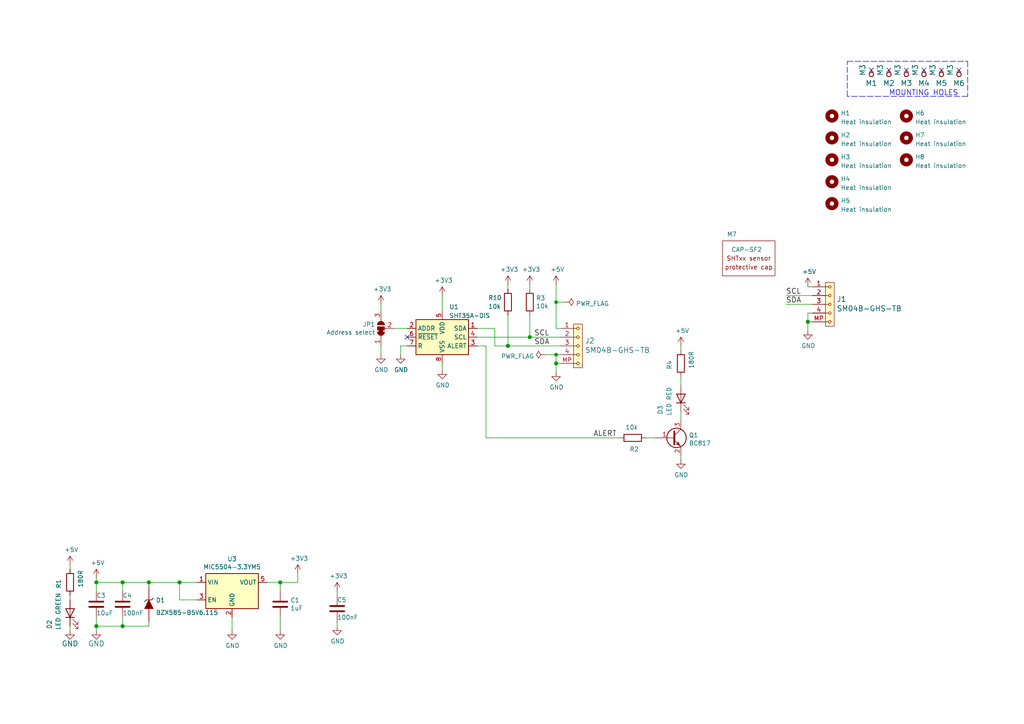
<source format=kicad_sch>
(kicad_sch (version 20230121) (generator eeschema)
  (paper "A4")
  (title_block (title "TFHT01B") (date "2021-04-05") (company "ThunderFly s.r.o.") (comment 1 "UAV Humidity and Temperature \\n sensor \\n ") (comment 2 "kaklik  <info@thunderfly.cz>"))
  (lib_symbols
    (symbol "Device:C" (pin_numbers hide) (pin_names (offset 0.254))
      (property "Reference" "C" (at 0.635 2.54 0))
      (property "Value" "C" (at 0.635 -2.54 0))
      (symbol "C_0_1"
        (polyline (pts (xy -2.032 -0.762) (xy 2.032 -0.762)) (stroke (width 0.508)))
        (polyline (pts (xy -2.032 0.762) (xy 2.032 0.762)) (stroke (width 0.508)))
      )
      (symbol "C_1_1"
        (pin passive line (at 0 3.81 270) (length 2.794) (name "~") (number "1"))
        (pin passive line (at 0 -3.81 90) (length 2.794) (name "~") (number "2"))
      )
    )
    (symbol "Device:LED" (pin_numbers hide) (pin_names (offset 1.016) hide)
      (property "Reference" "D" (at 0 2.54 0))
      (property "Value" "LED" (at 0 -2.54 0))
      (symbol "LED_0_1"
        (polyline (pts (xy -1.27 -1.27) (xy -1.27 1.27)) (stroke (width 0.254)))
        (polyline (pts (xy -1.27 0) (xy 1.27 0)))
        (polyline (pts (xy 1.27 -1.27) (xy 1.27 1.27) (xy -1.27 0) (xy 1.27 -1.27)) (stroke (width 0.254)))
        (polyline (pts (xy -3.048 -0.762) (xy -4.572 -2.286) (xy -3.81 -2.286) (xy -4.572 -2.286) (xy -4.572 -1.524)))
        (polyline (pts (xy -1.778 -0.762) (xy -3.302 -2.286) (xy -2.54 -2.286) (xy -3.302 -2.286) (xy -3.302 -1.524)))
      )
      (symbol "LED_1_1"
        (pin passive line (at -3.81 0 0) (length 2.54) (name "K") (number "1"))
        (pin passive line (at 3.81 0 180) (length 2.54) (name "A") (number "2"))
      )
    )
    (symbol "Device:R" (pin_numbers hide) (pin_names (offset 0))
      (property "Reference" "R" (at 2.032 0 90))
      (property "Value" "R" (at 0 0 90))
      (symbol "R_0_1"
        (rectangle (start -1.016 -2.54) (end 1.016 2.54) (stroke (width 0.254)))
      )
      (symbol "R_1_1"
        (pin passive line (at 0 3.81 270) (length 1.27) (name "~") (number "1"))
        (pin passive line (at 0 -3.81 90) (length 1.27) (name "~") (number "2"))
      )
    )
    (symbol "Jumper:SolderJumper_3_Bridged12" (pin_names (offset 0) hide)
      (property "Reference" "JP" (at -2.54 -2.54 0))
      (property "Value" "SolderJumper_3_Bridged12" (at 0 2.794 0))
      (symbol "SolderJumper_3_Bridged12_0_1"
        (rectangle (start -1.016 0.508) (end -0.508 -0.508) (fill (type outline)))
        (arc (start -1.016 1.016) (mid -2.0276 0) (end -1.016 -1.016))
        (arc (start -1.016 1.016) (mid -2.0276 0) (end -1.016 -1.016) (fill (type outline)))
        (rectangle (start -0.508 1.016) (end 0.508 -1.016) (fill (type outline)))
        (polyline (pts (xy -2.54 0) (xy -2.032 0)))
        (polyline (pts (xy -1.016 1.016) (xy -1.016 -1.016)))
        (polyline (pts (xy 0 -1.27) (xy 0 -1.016)))
        (polyline (pts (xy 1.016 1.016) (xy 1.016 -1.016)))
        (polyline (pts (xy 2.54 0) (xy 2.032 0)))
        (arc (start 1.016 -1.016) (mid 2.0276 0) (end 1.016 1.016))
        (arc (start 1.016 -1.016) (mid 2.0276 0) (end 1.016 1.016) (fill (type outline)))
      )
      (symbol "SolderJumper_3_Bridged12_1_1"
        (pin passive line (at -5.08 0 0) (length 2.54) (name "A") (number "1"))
        (pin passive line (at 0 -3.81 90) (length 2.54) (name "C") (number "2"))
        (pin passive line (at 5.08 0 180) (length 2.54) (name "B") (number "3"))
      )
    )
    (symbol "MLAB_CONNECTORS_JST:SM04B-GHS-TB" (pin_names (offset 1.016))
      (property "Reference" "J" (at 0 -7.62 0))
      (property "Value" "SM04B-GHS-TB" (at 0 7.62 0))
      (symbol "SM04B-GHS-TB_0_1"
        (rectangle (start -1.27 6.35) (end 1.27 -6.35) (fill (type background)))
        (circle (center 0 -5.08) (radius 0.381))
        (circle (center 0 -2.54) (radius 0.381))
        (polyline (pts (xy -1.27 -5.08) (xy -0.381 -5.08)))
        (polyline (pts (xy -1.27 -2.54) (xy -0.381 -2.54)))
        (polyline (pts (xy -1.27 0) (xy -0.381 0)))
        (polyline (pts (xy -1.27 2.54) (xy -0.381 2.54)))
        (polyline (pts (xy -1.27 5.08) (xy -0.381 5.08)))
        (circle (center 0 0) (radius 0.381))
        (circle (center 0 2.54) (radius 0.381))
        (circle (center 0 5.08) (radius 0.381))
      )
      (symbol "SM04B-GHS-TB_1_1"
        (pin input line (at -5.08 5.08 0) (length 3.81) (name "~") (number "1"))
        (pin input line (at -5.08 2.54 0) (length 3.81) (name "~") (number "2"))
        (pin input line (at -5.08 0 0) (length 3.81) (name "~") (number "3"))
        (pin input line (at -5.08 -2.54 0) (length 3.81) (name "~") (number "4"))
        (pin input line (at -5.08 -5.08 0) (length 3.81) (name "~") (number "MP"))
      )
    )
    (symbol "MLAB_D:D_ZENER" (pin_numbers hide) (pin_names (offset 1.016) hide)
      (property "Reference" "D" (at 0 2.54 0))
      (property "Value" "D_ZENER" (at 0 -2.54 0))
      (symbol "D_ZENER_0_1"
        (polyline (pts (xy -1.778 1.27) (xy -1.27 0.762) (xy -1.27 -0.762) (xy -0.762 -1.27) (xy -0.762 -1.27)) (stroke (width 0.2032)))
        (polyline (pts (xy -1.27 0) (xy 1.27 1.27) (xy 1.27 -1.27) (xy -1.27 0) (xy -1.27 0)) (fill (type outline)))
      )
      (symbol "D_ZENER_1_1"
        (pin passive line (at -5.08 0 0) (length 3.81) (name "K") (number "1"))
        (pin passive line (at 5.08 0 180) (length 3.81) (name "A") (number "2"))
      )
    )
    (symbol "MLAB_MECHANICAL:CAP-SF2"
      (property "Reference" "M" (at -3.81 6.35 0))
      (property "Value" "CAP-SF2" (at 2.54 2.54 0))
      (symbol "CAP-SF2_0_0"
        (text "protective cap" (at 2.54 -2.54 0) (effects (font (size 1.27 1.27))))
        (text "SHTxx sensor" (at 2.54 0 0) (effects (font (size 1.27 1.27))))
      )
      (symbol "CAP-SF2_0_1"
        (rectangle (start -5.08 5.08) (end 10.16 -5.08) (stroke (width 0.1524)))
      )
    )
    (symbol "MLAB_MECHANICAL:HOLE" (pin_numbers hide) (pin_names (offset 1.016) hide)
      (property "Reference" "M" (at 0 2.54 0))
      (property "Value" "HOLE" (at 0 -2.54 0))
      (symbol "HOLE_0_1"
        (circle (center 0 0) (radius 0.635) (stroke (width 0.254)))
      )
      (symbol "HOLE_1_1"
        (pin input line (at 1.27 0 180) (length 0.635) (name "~") (number "1"))
      )
    )
    (symbol "Mechanical:MountingHole" (pin_names (offset 1.016))
      (property "Reference" "H" (at 0 5.08 0))
      (property "Value" "MountingHole" (at 0 3.175 0))
      (symbol "MountingHole_0_1"
        (circle (center 0 0) (radius 1.27) (stroke (width 1.27)))
      )
    )
    (symbol "Regulator_Linear:MIC5504-3.3YM5"
      (property "Reference" "U" (at -7.62 8.89 0))
      (property "Value" "MIC5504-3.3YM5" (at -7.62 6.35 0))
      (symbol "MIC5504-3.3YM5_0_1"
        (rectangle (start -7.62 -5.08) (end 7.62 5.08) (stroke (width 0.254)) (fill (type background)))
      )
      (symbol "MIC5504-3.3YM5_1_1"
        (pin power_in line (at -10.16 2.54 0) (length 2.54) (name "VIN") (number "1"))
        (pin power_in line (at 0 -7.62 90) (length 2.54) (name "GND") (number "2"))
        (pin input line (at -10.16 -2.54 0) (length 2.54) (name "EN") (number "3"))
        (pin no_connect line (at 7.62 -2.54 180) (length 2.54) hide (name "NC") (number "4"))
        (pin power_out line (at 10.16 2.54 180) (length 2.54) (name "VOUT") (number "5"))
      )
    )
    (symbol "Sensor_Humidity:SHT35A-DIS"
      (property "Reference" "U" (at -6.35 6.35 0))
      (property "Value" "SHT35A-DIS" (at 6.35 6.35 0))
      (symbol "SHT35A-DIS_0_1"
        (rectangle (start -7.62 5.08) (end 7.62 -5.08) (stroke (width 0.254)) (fill (type background)))
      )
      (symbol "SHT35A-DIS_1_1"
        (pin bidirectional line (at 10.16 2.54 180) (length 2.54) (name "SDA") (number "1"))
        (pin input line (at -10.16 2.54 0) (length 2.54) (name "ADDR") (number "2"))
        (pin output line (at 10.16 -2.54 180) (length 2.54) (name "ALERT") (number "3"))
        (pin input line (at 10.16 0 180) (length 2.54) (name "SCL") (number "4"))
        (pin power_in line (at 0 7.62 270) (length 2.54) (name "VDD") (number "5"))
        (pin input line (at -10.16 0 0) (length 2.54) (name "~{RESET}") (number "6"))
        (pin passive line (at -10.16 -2.54 0) (length 2.54) (name "R") (number "7"))
        (pin power_in line (at 0 -7.62 90) (length 2.54) (name "VSS") (number "8"))
        (pin passive line (at 0 -7.62 90) (length 2.54) hide (name "VSS") (number "9"))
      )
    )
    (symbol "Transistor_BJT:BC817" (pin_names (offset 0) hide)
      (property "Reference" "Q" (at 5.08 1.905 0))
      (property "Value" "BC817" (at 5.08 0 0))
      (symbol "BC817_0_1"
        (polyline (pts (xy 0.635 0.635) (xy 2.54 2.54)))
        (polyline (pts (xy 0.635 -0.635) (xy 2.54 -2.54) (xy 2.54 -2.54)))
        (polyline (pts (xy 0.635 1.905) (xy 0.635 -1.905) (xy 0.635 -1.905)) (stroke (width 0.508)))
        (polyline (pts (xy 1.27 -1.778) (xy 1.778 -1.27) (xy 2.286 -2.286) (xy 1.27 -1.778) (xy 1.27 -1.778)) (fill (type outline)))
        (circle (center 1.27 0) (radius 2.8194) (stroke (width 0.254)))
      )
      (symbol "BC817_1_1"
        (pin input line (at -5.08 0 0) (length 5.715) (name "B") (number "1"))
        (pin passive line (at 2.54 -5.08 90) (length 2.54) (name "E") (number "2"))
        (pin passive line (at 2.54 5.08 270) (length 2.54) (name "C") (number "3"))
      )
    )
    (symbol "power:+3V3" (power) (pin_names (offset 0))
      (property "Value" "+3V3" (at 0 3.556 0))
      (symbol "+3V3_0_1"
        (polyline (pts (xy -0.762 1.27) (xy 0 2.54)))
        (polyline (pts (xy 0 0) (xy 0 2.54)))
        (polyline (pts (xy 0 2.54) (xy 0.762 1.27)))
      )
      (symbol "+3V3_1_1"
        (pin power_in line (at 0 0 90) (length 0) hide (name "+3V3") (number "1"))
      )
    )
    (symbol "power:+5V" (power) (pin_names (offset 0))
      (property "Value" "+5V" (at 0 3.556 0))
      (symbol "+5V_0_1"
        (polyline (pts (xy -0.762 1.27) (xy 0 2.54)))
        (polyline (pts (xy 0 0) (xy 0 2.54)))
        (polyline (pts (xy 0 2.54) (xy 0.762 1.27)))
      )
      (symbol "+5V_1_1"
        (pin power_in line (at 0 0 90) (length 0) hide (name "+5V") (number "1"))
      )
    )
    (symbol "power:GND" (power) (pin_names (offset 0))
      (property "Value" "GND" (at 0 -3.81 0))
      (symbol "GND_0_1"
        (polyline (pts (xy 0 0) (xy 0 -1.27) (xy 1.27 -1.27) (xy 0 -2.54) (xy -1.27 -1.27) (xy 0 -1.27)))
      )
      (symbol "GND_1_1"
        (pin power_in line (at 0 0 270) (length 0) hide (name "GND") (number "1"))
      )
    )
    (symbol "power:PWR_FLAG" (power) (pin_numbers hide) (pin_names (offset 0) hide)
      (property "Value" "PWR_FLAG" (at 0 3.81 0))
      (symbol "PWR_FLAG_0_0"
        (pin power_out line (at 0 0 90) (length 0) (name "pwr") (number "1"))
      )
      (symbol "PWR_FLAG_0_1"
        (polyline (pts (xy 0 0) (xy 0 1.27) (xy -1.016 1.905) (xy 0 2.54) (xy 1.016 1.905) (xy 0 1.27)))
      )
    )
  )
  (junction (at 43.18 168.91) (diameter 1.016))
  (junction (at 27.94 168.91) (diameter 1.016))
  (junction (at 161.29 105.41) (diameter 1.016))
  (junction (at 161.29 102.87))
  (junction (at 234.315 93.345) (diameter 1.016))
  (junction (at 52.07 168.91) (diameter 1.016))
  (junction (at 27.94 181.61) (diameter 1.016))
  (junction (at 81.28 168.91) (diameter 1.016))
  (junction (at 153.67 97.79) (diameter 1.016))
  (junction (at 35.56 168.91) (diameter 1.016))
  (junction (at 161.29 87.63))
  (junction (at 147.32 100.33) (diameter 1.016))
  (junction (at 35.56 181.61) (diameter 1.016))
  (no_connect (at 252.73 20.32))
  (no_connect (at 257.81 20.32))
  (no_connect (at 262.89 20.32))
  (no_connect (at 267.97 20.32))
  (no_connect (at 273.05 20.32))
  (no_connect (at 278.13 20.32))
  (no_connect (at 118.11 97.79))
  (wire (pts (xy 162.56 105.41) (xy 161.29 105.41)))
  (polyline (pts (xy 245.745 17.78) (xy 280.67 17.78)) (stroke (width 0) (type dash)))
  (wire (pts (xy 161.29 95.25) (xy 162.56 95.25)))
  (wire (pts (xy 153.67 91.44) (xy 153.67 97.79)))
  (wire (pts (xy 27.94 181.61) (xy 27.94 182.88)))
  (wire (pts (xy 35.56 168.91) (xy 43.18 168.91)))
  (wire (pts (xy 52.07 173.99) (xy 52.07 168.91)))
  (wire (pts (xy 20.32 181.61) (xy 20.32 182.88)))
  (wire (pts (xy 161.29 82.55) (xy 161.29 87.63)))
  (wire (pts (xy 110.49 100.33) (xy 110.49 102.87)))
  (wire (pts (xy 67.31 179.07) (xy 67.31 182.88)))
  (wire (pts (xy 27.94 179.07) (xy 27.94 181.61)))
  (wire (pts (xy 35.56 181.61) (xy 43.18 181.61)))
  (wire (pts (xy 153.67 97.79) (xy 162.56 97.79)))
  (wire (pts (xy 57.15 173.99) (xy 52.07 173.99)))
  (wire (pts (xy 128.27 85.725) (xy 128.27 90.17)))
  (wire (pts (xy 161.29 87.63) (xy 161.29 95.25)))
  (wire (pts (xy 227.965 88.265) (xy 235.585 88.265)))
  (wire (pts (xy 27.94 167.64) (xy 27.94 168.91)))
  (wire (pts (xy 27.94 171.45) (xy 27.94 168.91)))
  (wire (pts (xy 27.94 181.61) (xy 35.56 181.61)))
  (wire (pts (xy 147.32 82.55) (xy 147.32 83.82)))
  (wire (pts (xy 128.27 105.41) (xy 128.27 107.315)))
  (wire (pts (xy 116.205 102.87) (xy 116.205 100.33)))
  (wire (pts (xy 138.43 97.79) (xy 153.67 97.79)))
  (wire (pts (xy 153.67 82.55) (xy 153.67 83.82)))
  (wire (pts (xy 35.56 171.45) (xy 35.56 168.91)))
  (wire (pts (xy 235.585 93.345) (xy 234.315 93.345)))
  (wire (pts (xy 187.325 127) (xy 189.865 127)))
  (wire (pts (xy 235.585 90.805) (xy 234.315 90.805)))
  (wire (pts (xy 43.18 180.34) (xy 43.18 181.61)))
  (wire (pts (xy 20.32 163.83) (xy 20.32 165.1)))
  (wire (pts (xy 110.49 88.265) (xy 110.49 90.17)))
  (polyline (pts (xy 280.67 27.94) (xy 245.745 27.94)) (stroke (width 0) (type dash)))
  (wire (pts (xy 43.18 168.91) (xy 52.07 168.91)))
  (wire (pts (xy 147.32 100.33) (xy 162.56 100.33)))
  (wire (pts (xy 143.51 95.25) (xy 143.51 100.33)))
  (wire (pts (xy 143.51 100.33) (xy 147.32 100.33)))
  (wire (pts (xy 138.43 95.25) (xy 143.51 95.25)))
  (wire (pts (xy 197.485 100.33) (xy 197.485 101.6)))
  (wire (pts (xy 81.28 179.07) (xy 81.28 182.88)))
  (wire (pts (xy 161.29 102.87) (xy 161.29 105.41)))
  (wire (pts (xy 161.29 87.63) (xy 163.83 87.63)))
  (wire (pts (xy 158.115 102.87) (xy 161.29 102.87)))
  (wire (pts (xy 234.315 90.805) (xy 234.315 93.345)))
  (wire (pts (xy 147.32 91.44) (xy 147.32 100.33)))
  (wire (pts (xy 86.36 168.91) (xy 86.36 166.37)))
  (wire (pts (xy 57.15 168.91) (xy 52.07 168.91)))
  (wire (pts (xy 114.3 95.25) (xy 118.11 95.25)))
  (polyline (pts (xy 280.67 17.78) (xy 280.67 27.94)) (stroke (width 0) (type dash)))
  (wire (pts (xy 20.32 172.72) (xy 20.32 173.99)))
  (wire (pts (xy 97.79 171.45) (xy 97.79 172.72)))
  (wire (pts (xy 161.29 105.41) (xy 161.29 107.95)))
  (wire (pts (xy 35.56 179.07) (xy 35.56 181.61)))
  (wire (pts (xy 140.97 100.33) (xy 140.97 127)))
  (wire (pts (xy 197.485 132.08) (xy 197.485 133.35)))
  (wire (pts (xy 140.97 127) (xy 179.705 127)))
  (wire (pts (xy 234.315 83.185) (xy 235.585 83.185)))
  (wire (pts (xy 234.315 93.345) (xy 234.315 95.885)))
  (wire (pts (xy 162.56 102.87) (xy 161.29 102.87)))
  (wire (pts (xy 77.47 168.91) (xy 81.28 168.91)))
  (wire (pts (xy 81.28 168.91) (xy 81.28 171.45)))
  (wire (pts (xy 138.43 100.33) (xy 140.97 100.33)))
  (wire (pts (xy 27.94 168.91) (xy 35.56 168.91)))
  (polyline (pts (xy 245.745 27.94) (xy 245.745 17.78)) (stroke (width 0) (type dash)))
  (wire (pts (xy 81.28 168.91) (xy 86.36 168.91)))
  (wire (pts (xy 116.205 100.33) (xy 118.11 100.33)))
  (wire (pts (xy 197.485 109.22) (xy 197.485 111.76)))
  (wire (pts (xy 227.965 85.725) (xy 235.585 85.725)))
  (wire (pts (xy 43.18 170.18) (xy 43.18 168.91)))
  (wire (pts (xy 197.485 119.38) (xy 197.485 121.92)))
  (wire (pts (xy 97.79 180.34) (xy 97.79 181.61)))
  (text "MOUNTING HOLES" (at 257.81 27.94 0) (effects (font (size 1.524 1.524)) (justify left bottom)))
  (label "SCL" (at 154.94 97.79 0) (effects (font (size 1.524 1.524))))
  (label "ALERT" (at 172.085 127 0) (effects (font (size 1.524 1.524))))
  (label "SDA" (at 154.94 100.33 0) (effects (font (size 1.524 1.524))))
  (label "SDA" (at 227.965 88.265 0) (effects (font (size 1.524 1.524))))
  (label "SCL" (at 227.965 85.725 0) (effects (font (size 1.524 1.524))))
  (symbol (lib_id "power:GND") (at 27.94 182.88 0) (unit 1)
    (property "Reference" "#PWR012" (effects hide))
    (property "Value" "GND" (at 27.94 186.69 0) (effects (font (size 1.524 1.524))))
  )
  (symbol (lib_id "Device:C") (at 35.56 175.26 0) (unit 1)
    (property "Reference" "C4" (at 35.56 172.72 0) (effects (justify left)))
    (property "Value" "100nF" (at 35.56 177.8 0) (effects (justify left)))
    (property "Footprint" "Mlab_R:SMD-0603" (effects hide))
    (property "UST_ID" "5c70984812875079b91f8bf2" (effects hide))
  )
  (symbol (lib_id "power:GND") (at 161.29 107.95 0) (unit 1)
    (property "Reference" "#PWR09" (effects hide))
    (property "Value" "GND" (at 161.417 112.3442 0))
  )
  (symbol (lib_id "Device:R") (at 153.67 87.63 0) (unit 1)
    (property "Reference" "R3" (at 155.448 86.4616 0) (effects (justify left)))
    (property "Value" "10k" (at 155.448 88.773 0) (effects (justify left)))
    (property "Footprint" "Mlab_R:SMD-0603" (effects hide))
    (property "UST_ID" "5c70984512875079b91f8962" (effects hide))
  )
  (symbol (lib_id "Device:R") (at 147.32 87.63 0) (unit 1)
    (property "Reference" "R10" (at 141.605 86.36 0) (effects (justify left)))
    (property "Value" "10k" (at 141.605 88.9 0) (effects (justify left)))
    (property "Footprint" "Mlab_R:SMD-0603" (effects hide))
    (property "UST_ID" "5c70984512875079b91f8962" (effects hide))
  )
  (symbol (lib_id "Device:C") (at 27.94 175.26 0) (unit 1)
    (property "Reference" "C3" (at 27.94 172.72 0) (effects (justify left)))
    (property "Value" "10uF" (at 27.94 177.8 0) (effects (justify left)))
    (property "Footprint" "Mlab_R:SMD-0805" (effects hide))
    (property "UST_ID" "5c70984812875079b91f8bbd" (effects hide))
  )
  (symbol (lib_id "MLAB_D:D_ZENER") (at 43.18 175.26 270) (unit 1)
    (property "Reference" "D1" (at 45.1866 174.0916 90) (effects (justify left)))
    (property "Value" "BZX585-B5V6.115" (at 45.187 177.673 90) (effects (justify left)))
    (property "Footprint" "Diode_SMD:D_SOD-523" (effects hide))
    (property "UST_ID" "60879d38128750769ee58e48" (effects hide))
  )
  (symbol (lib_id "power:+5V") (at 27.94 167.64 0) (unit 1)
    (property "Reference" "#PWR0105" (effects hide))
    (property "Value" "+5V" (at 28.321 163.2458 0))
  )
  (symbol (lib_id "power:+3V3") (at 153.67 82.55 0) (unit 1)
    (property "Reference" "#PWR0108" (effects hide))
    (property "Value" "+3V3" (at 154.051 78.1558 0))
  )
  (symbol (lib_id "power:+5V") (at 161.29 82.55 0) (unit 1)
    (property "Reference" "#PWR0109" (effects hide))
    (property "Value" "+5V" (at 161.671 78.1558 0))
  )
  (symbol (lib_id "Regulator_Linear:MIC5504-3.3YM5") (at 67.31 171.45 0) (unit 1)
    (property "Reference" "U3" (at 67.31 162.1282 0))
    (property "Value" "MIC5504-3.3YM5" (at 67.31 164.4396 0))
    (property "Footprint" "Package_TO_SOT_SMD:SOT-23-5" (effects hide))
    (property "Datasheet" "http://ww1.microchip.com/downloads/en/DeviceDoc/MIC550X.pdf" (effects hide))
    (property "UST_ID" "5c7255e81287500b4e112ea2" (effects hide))
  )
  (symbol (lib_id "power:+3V3") (at 86.36 166.37 0) (unit 1)
    (property "Reference" "#PWR0112" (effects hide))
    (property "Value" "+3V3" (at 86.741 161.9758 0))
  )
  (symbol (lib_id "power:GND") (at 67.31 182.88 0) (unit 1)
    (property "Reference" "#PWR0113" (effects hide))
    (property "Value" "GND" (at 67.437 187.2742 0))
  )
  (symbol (lib_id "Device:C") (at 97.79 176.53 0) (unit 1)
    (property "Reference" "C5" (at 97.79 173.99 0) (effects (justify left)))
    (property "Value" "100nF" (at 97.79 179.07 0) (effects (justify left)))
    (property "Footprint" "Mlab_R:SMD-0603" (effects hide))
    (property "UST_ID" "5c70984812875079b91f8bf2" (effects hide))
  )
  (symbol (lib_id "power:+3V3") (at 97.79 171.45 0) (unit 1)
    (property "Reference" "#PWR0117" (effects hide))
    (property "Value" "+3V3" (at 98.171 167.0558 0))
  )
  (symbol (lib_id "power:GND") (at 97.79 181.61 0) (unit 1)
    (property "Reference" "#PWR0118" (effects hide))
    (property "Value" "GND" (at 97.917 186.0042 0))
  )
  (symbol (lib_id "MLAB_CONNECTORS_JST:SM04B-GHS-TB") (at 167.64 100.33 0) (unit 1)
    (property "Reference" "J2" (at 169.6212 98.8314 0) (effects (font (size 1.524 1.524)) (justify left)))
    (property "Value" "SM04B-GHS-TB" (at 169.6212 101.5492 0) (effects (font (size 1.524 1.524)) (justify left)))
    (property "Footprint" "Connector_JST:JST_GH_SM04B-GHS-TB_1x04-1MP_P1.25mm_Horizontal" (effects hide))
    (property "UST_ID" "5c86273d1287500b4e0280be" (effects hide))
  )
  (symbol (lib_id "Device:C") (at 81.28 175.26 0) (unit 1)
    (property "Reference" "C1" (at 84.201 174.0916 0) (effects (justify left)))
    (property "Value" "1uF" (at 84.201 176.403 0) (effects (justify left)))
    (property "Footprint" "Mlab_R:SMD-0603" (effects hide))
    (property "UST_ID" "5c70984812875079b91f8bc2" (effects hide))
  )
  (symbol (lib_id "power:GND") (at 81.28 182.88 0) (unit 1)
    (property "Reference" "#PWR0114" (effects hide))
    (property "Value" "GND" (at 81.407 187.2742 0))
  )
  (symbol (lib_id "power:+3V3") (at 147.32 82.55 0) (unit 1)
    (property "Reference" "#PWR0107" (effects hide))
    (property "Value" "+3V3" (at 147.701 78.1558 0))
  )
  (symbol (lib_id "Transistor_BJT:BC817") (at 194.945 127 0) (unit 1)
    (property "Reference" "Q1" (at 199.7965 126.2391 0) (effects (justify left)))
    (property "Value" "BC817" (at 199.7965 128.5378 0) (effects (justify left)))
    (property "Footprint" "Package_TO_SOT_SMD:SOT-23" (effects hide))
    (property "Datasheet" "http://www.fairchildsemi.com/ds/BC/BC817.pdf" (effects hide))
    (property "UST_ID" "5c70984712875079b91f8aec" (effects hide))
  )
  (symbol (lib_id "MLAB_MECHANICAL:HOLE") (at 267.97 21.59 90) (unit 1) (in_bom no)
    (property "Reference" "M4" (at 267.97 24.13 90) (effects (font (size 1.524 1.524))))
    (property "Value" "M3" (at 265.43 20.32 0) (effects (font (size 1.524 1.524))))
    (property "Footprint" "Mlab_Mechanical:dira_3mm" (effects hide))
  )
  (symbol (lib_id "MLAB_MECHANICAL:HOLE") (at 252.73 21.59 90) (unit 1) (in_bom no)
    (property "Reference" "M1" (at 252.73 24.13 90) (effects (font (size 1.524 1.524))))
    (property "Value" "M3" (at 250.19 20.32 0) (effects (font (size 1.524 1.524))))
    (property "Footprint" "Mlab_Mechanical:dira_3mm" (effects hide))
  )
  (symbol (lib_id "power:GND") (at 128.27 107.315 0) (unit 1)
    (property "Reference" "#PWR0103" (effects hide))
    (property "Value" "GND" (at 128.397 111.7092 0))
  )
  (symbol (lib_id "power:+3V3") (at 128.27 85.725 0) (unit 1)
    (property "Reference" "#PWR0106" (effects hide))
    (property "Value" "+3V3" (at 128.651 81.3308 0))
  )
  (symbol (lib_id "power:GND") (at 20.32 182.88 0) (unit 1)
    (property "Reference" "#PWR0101" (effects hide))
    (property "Value" "GND" (at 20.32 186.69 0) (effects (font (size 1.524 1.524))))
  )
  (symbol (lib_id "Mechanical:MountingHole") (at 241.3 40.005 0) (unit 1) (in_bom no)
    (property "Reference" "H2" (at 243.84 39.1703 0) (effects (justify left)))
    (property "Value" "Heat insulation" (at 243.84 41.7072 0) (effects (justify left)))
    (property "Footprint" "Mlab_Mechanical:MountingHole_1mm" (effects hide))
  )
  (symbol (lib_id "Device:R") (at 197.485 105.41 0) (unit 1)
    (property "Reference" "R4" (at 194.1831 107.1891 90) (effects (justify left)))
    (property "Value" "180R" (at 200.5331 106.9478 90) (effects (justify left)))
    (property "Footprint" "Mlab_R:SMD-0603" (effects hide))
    (property "UST_ID" "5c70984512875079b91f8957" (effects hide))
  )
  (symbol (lib_id "Mechanical:MountingHole") (at 241.3 59.055 0) (unit 1) (in_bom no)
    (property "Reference" "H5" (at 243.84 58.2203 0) (effects (justify left)))
    (property "Value" "Heat insulation" (at 243.84 60.7572 0) (effects (justify left)))
    (property "Footprint" "Mlab_Mechanical:MountingHole_1mm" (effects hide))
  )
  (symbol (lib_id "Mechanical:MountingHole") (at 241.3 46.355 0) (unit 1) (in_bom no)
    (property "Reference" "H3" (at 243.84 45.5203 0) (effects (justify left)))
    (property "Value" "Heat insulation" (at 243.84 48.0572 0) (effects (justify left)))
    (property "Footprint" "Mlab_Mechanical:MountingHole_1mm" (effects hide))
  )
  (symbol (lib_id "Mechanical:MountingHole") (at 241.3 33.655 0) (unit 1) (in_bom no)
    (property "Reference" "H1" (at 243.84 32.8203 0) (effects (justify left)))
    (property "Value" "Heat insulation" (at 243.84 35.3572 0) (effects (justify left)))
    (property "Footprint" "Mlab_Mechanical:MountingHole_1mm" (effects hide))
  )
  (symbol (lib_id "power:GND") (at 234.315 95.885 0) (unit 1)
    (property "Reference" "#PWR0104" (effects hide))
    (property "Value" "GND" (at 234.442 100.2792 0))
  )
  (symbol (lib_id "Device:R") (at 183.515 127 90) (unit 1)
    (property "Reference" "R2" (at 185.2941 130.3019 90) (effects (justify left)))
    (property "Value" "10k" (at 185.0527 123.9519 90) (effects (justify left)))
    (property "Footprint" "Mlab_R:SMD-0603" (effects hide))
    (property "UST_ID" "5c70984512875079b91f8956" (effects hide))
  )
  (symbol (lib_id "Mechanical:MountingHole") (at 241.3 52.705 0) (unit 1) (in_bom no)
    (property "Reference" "H4" (at 243.84 51.8703 0) (effects (justify left)))
    (property "Value" "Heat insulation" (at 243.84 54.4072 0) (effects (justify left)))
    (property "Footprint" "Mlab_Mechanical:MountingHole_1mm" (effects hide))
  )
  (symbol (lib_id "power:GND") (at 197.485 133.35 0) (unit 1)
    (property "Reference" "#PWR0119" (effects hide))
    (property "Value" "GND" (at 197.612 137.7442 0))
  )
  (symbol (lib_id "power:GND") (at 110.49 102.87 0) (unit 1)
    (property "Reference" "#PWR0110" (effects hide))
    (property "Value" "GND" (at 110.617 107.2642 0))
  )
  (symbol (lib_id "Device:R") (at 20.32 168.91 0) (unit 1)
    (property "Reference" "R1" (at 17.0181 170.6891 90) (effects (justify left)))
    (property "Value" "180R" (at 23.3681 170.4478 90) (effects (justify left)))
    (property "Footprint" "Mlab_R:SMD-0603" (effects hide))
    (property "UST_ID" "5c70984512875079b91f8957" (effects hide))
  )
  (symbol (lib_id "MLAB_MECHANICAL:HOLE") (at 257.81 21.59 90) (unit 1) (in_bom no)
    (property "Reference" "M2" (at 257.81 24.13 90) (effects (font (size 1.524 1.524))))
    (property "Value" "M3" (at 255.27 20.32 0) (effects (font (size 1.524 1.524))))
    (property "Footprint" "Mlab_Mechanical:dira_3mm" (effects hide))
  )
  (symbol (lib_id "power:+5V") (at 20.32 163.83 0) (unit 1)
    (property "Reference" "#PWR0102" (effects hide))
    (property "Value" "+5V" (at 20.701 159.4358 0))
  )
  (symbol (lib_id "Mechanical:MountingHole") (at 262.89 40.005 0) (unit 1) (in_bom no)
    (property "Reference" "H7" (at 265.43 39.1703 0) (effects (justify left)))
    (property "Value" "Heat insulation" (at 265.43 41.7072 0) (effects (justify left)))
    (property "Footprint" "Mlab_Mechanical:MountingHole_1mm" (effects hide))
  )
  (symbol (lib_id "Device:LED") (at 20.32 177.8 90) (unit 1)
    (property "Reference" "D2" (at 14.3511 179.7696 0) (effects (justify right)))
    (property "Value" "LED GREEN" (at 16.8911 171.9083 0) (effects (justify right)))
    (property "Footprint" "Mlab_D:LED_1206_mill" (effects hide))
    (property "UST_ID" "5c70984412875079b91f8895" (effects hide))
  )
  (symbol (lib_id "MLAB_MECHANICAL:HOLE") (at 278.13 21.59 90) (unit 1) (in_bom no)
    (property "Reference" "M6" (at 278.13 24.13 90) (effects (font (size 1.524 1.524))))
    (property "Value" "M3" (at 275.59 20.32 0) (effects (font (size 1.524 1.524))))
    (property "Footprint" "Mlab_Mechanical:dira_3mm" (effects hide))
  )
  (symbol (lib_id "power:+5V") (at 197.485 100.33 0) (unit 1)
    (property "Reference" "#PWR0116" (effects hide))
    (property "Value" "+5V" (at 197.866 95.9358 0))
  )
  (symbol (lib_id "Device:LED") (at 197.485 115.57 90) (unit 1)
    (property "Reference" "D3" (at 191.5161 117.5396 0) (effects (justify right)))
    (property "Value" "LED RED" (at 194.0561 112.2183 0) (effects (justify right)))
    (property "Footprint" "Mlab_D:LED_1206_mill" (effects hide))
    (property "UST_ID" "5c70984412875079b91f8896" (effects hide))
  )
  (symbol (lib_id "Sensor_Humidity:SHT35A-DIS") (at 128.27 97.79 0) (unit 1)
    (property "Reference" "U1" (at 130.2894 89.0102 0) (effects (justify left)))
    (property "Value" "SHT35A-DIS" (at 130.2894 91.5471 0) (effects (justify left)))
    (property "Footprint" "Sensor_Humidity:Sensirion_DFN-8-1EP_2.5x2.5mm_P0.5mm_EP1.1x1.7mm" (effects hide))
    (property "Datasheet" "https://www.sensirion.com/fileadmin/user_upload/customers/sensirion/Dokumente/2_Humidity_Sensors/Datasheets/Sensirion_Humidity_Sensors_SHT3xA_Datasheet.pdf" (effects hide))
    (property "UST_ID" "5c70984612875079b91f89e4" (effects hide))
  )
  (symbol (lib_id "power:PWR_FLAG") (at 158.115 102.87 90) (unit 1)
    (property "Reference" "#FLG0102" (effects hide))
    (property "Value" "PWR_FLAG" (at 154.9401 103.3038 90) (effects (justify left)))
  )
  (symbol (lib_id "power:GND") (at 116.205 102.87 0) (unit 1)
    (property "Reference" "#PWR0120" (effects hide))
    (property "Value" "GND" (at 116.332 107.2642 0))
  )
  (symbol (lib_id "power:+3V3") (at 110.49 88.265 0) (unit 1)
    (property "Reference" "#PWR0111" (effects hide))
    (property "Value" "+3V3" (at 110.871 83.8708 0))
  )
  (symbol (lib_id "power:+5V") (at 234.315 83.185 0) (unit 1)
    (property "Reference" "#PWR0115" (effects hide))
    (property "Value" "+5V" (at 234.696 78.7908 0))
  )
  (symbol (lib_id "MLAB_CONNECTORS_JST:SM04B-GHS-TB") (at 240.665 88.265 0) (unit 1)
    (property "Reference" "J1" (at 242.6462 86.7664 0) (effects (font (size 1.524 1.524)) (justify left)))
    (property "Value" "SM04B-GHS-TB" (at 242.6462 89.4842 0) (effects (font (size 1.524 1.524)) (justify left)))
    (property "Footprint" "Connector_JST:JST_GH_SM04B-GHS-TB_1x04-1MP_P1.25mm_Horizontal" (effects hide))
    (property "UST_ID" "5c86273d1287500b4e0280be" (effects hide))
  )
  (symbol (lib_id "MLAB_MECHANICAL:HOLE") (at 273.05 21.59 90) (unit 1) (in_bom no)
    (property "Reference" "M5" (at 273.05 24.13 90) (effects (font (size 1.524 1.524))))
    (property "Value" "M3" (at 270.51 20.32 0) (effects (font (size 1.524 1.524))))
    (property "Footprint" "Mlab_Mechanical:dira_3mm" (effects hide))
  )
  (symbol (lib_id "power:PWR_FLAG") (at 163.83 87.63 270) (unit 1)
    (property "Reference" "#FLG0101" (effects hide))
    (property "Value" "PWR_FLAG" (at 167.005 88.0638 90) (effects (justify left)))
  )
  (symbol (lib_id "MLAB_MECHANICAL:CAP-SF2") (at 214.63 74.93 0) (unit 1)
    (property "Reference" "M7" (at 210.82 67.945 0) (effects (justify left)))
    (property "Value" "CAP-SF2" (at 212.09 72.39 0) (effects (justify left)))
    (property "Footprint" "Mlab_Mechanical:CAP-SF2" (effects hide))
  )
  (symbol (lib_id "Jumper:SolderJumper_3_Bridged12") (at 110.49 95.25 90) (unit 1) (in_bom no)
    (property "Reference" "JP1" (at 108.839 94.1006 90) (effects (justify left)))
    (property "Value" "Address select" (at 108.839 96.3993 90) (effects (justify left)))
    (property "Footprint" "Jumper:SolderJumper-3_P1.3mm_Bridged12_RoundedPad1.0x1.5mm" (effects hide))
  )
  (symbol (lib_id "Mechanical:MountingHole") (at 262.89 33.655 0) (unit 1) (in_bom no)
    (property "Reference" "H6" (at 265.43 32.8203 0) (effects (justify left)))
    (property "Value" "Heat insulation" (at 265.43 35.3572 0) (effects (justify left)))
    (property "Footprint" "Mlab_Mechanical:MountingHole_1mm" (effects hide))
  )
  (symbol (lib_id "MLAB_MECHANICAL:HOLE") (at 262.89 21.59 90) (unit 1) (in_bom no)
    (property "Reference" "M3" (at 262.89 24.13 90) (effects (font (size 1.524 1.524))))
    (property "Value" "M3" (at 260.35 20.32 0) (effects (font (size 1.524 1.524))))
    (property "Footprint" "Mlab_Mechanical:dira_3mm" (effects hide))
  )
  (symbol (lib_id "Mechanical:MountingHole") (at 262.89 46.355 0) (unit 1) (in_bom no)
    (property "Reference" "H8" (at 265.43 45.5203 0) (effects (justify left)))
    (property "Value" "Heat insulation" (at 265.43 48.0572 0) (effects (justify left)))
    (property "Footprint" "Mlab_Mechanical:MountingHole_1mm" (effects hide))
  )
)
</source>
